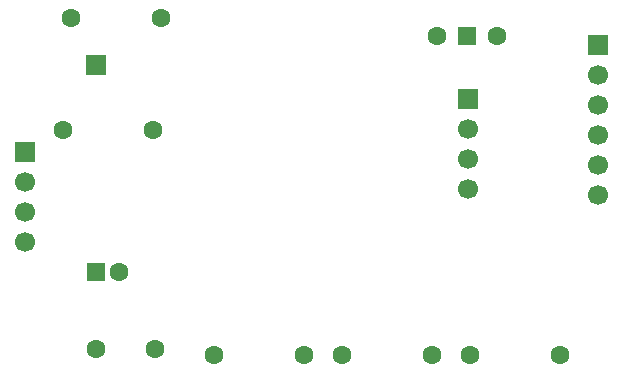
<source format=gbr>
%TF.GenerationSoftware,KiCad,Pcbnew,9.0.7*%
%TF.CreationDate,2026-02-17T01:21:17-06:00*%
%TF.ProjectId,Esp12-F,45737031-322d-4462-9e6b-696361645f70,rev?*%
%TF.SameCoordinates,Original*%
%TF.FileFunction,Soldermask,Bot*%
%TF.FilePolarity,Negative*%
%FSLAX46Y46*%
G04 Gerber Fmt 4.6, Leading zero omitted, Abs format (unit mm)*
G04 Created by KiCad (PCBNEW 9.0.7) date 2026-02-17 01:21:17*
%MOMM*%
%LPD*%
G01*
G04 APERTURE LIST*
G04 Aperture macros list*
%AMRoundRect*
0 Rectangle with rounded corners*
0 $1 Rounding radius*
0 $2 $3 $4 $5 $6 $7 $8 $9 X,Y pos of 4 corners*
0 Add a 4 corners polygon primitive as box body*
4,1,4,$2,$3,$4,$5,$6,$7,$8,$9,$2,$3,0*
0 Add four circle primitives for the rounded corners*
1,1,$1+$1,$2,$3*
1,1,$1+$1,$4,$5*
1,1,$1+$1,$6,$7*
1,1,$1+$1,$8,$9*
0 Add four rect primitives between the rounded corners*
20,1,$1+$1,$2,$3,$4,$5,0*
20,1,$1+$1,$4,$5,$6,$7,0*
20,1,$1+$1,$6,$7,$8,$9,0*
20,1,$1+$1,$8,$9,$2,$3,0*%
G04 Aperture macros list end*
%ADD10C,1.600000*%
%ADD11RoundRect,0.250000X-0.550000X-0.550000X0.550000X-0.550000X0.550000X0.550000X-0.550000X0.550000X0*%
%ADD12R,1.700000X1.700000*%
%ADD13C,1.700000*%
%ADD14R,1.500000X1.500000*%
G04 APERTURE END LIST*
D10*
%TO.C,C2*%
X122000000Y-107000000D03*
X127000000Y-107000000D03*
%TD*%
%TO.C,R3*%
X153690000Y-107500000D03*
X161310000Y-107500000D03*
%TD*%
D11*
%TO.C,C1*%
X122000000Y-100500000D03*
D10*
X124000000Y-100500000D03*
%TD*%
D12*
%TO.C,J3*%
X116000000Y-90380000D03*
D13*
X116000000Y-92920000D03*
X116000000Y-95460000D03*
X116000000Y-98000000D03*
%TD*%
D12*
%TO.C,J1*%
X164500000Y-81300000D03*
D13*
X164500000Y-83840000D03*
X164500000Y-86380000D03*
X164500000Y-88920000D03*
X164500000Y-91460000D03*
X164500000Y-94000000D03*
%TD*%
D12*
%TO.C,J6*%
X153500000Y-85880000D03*
D13*
X153500000Y-88420000D03*
X153500000Y-90960000D03*
X153500000Y-93500000D03*
%TD*%
D14*
%TO.C,SW2*%
X153460000Y-80500000D03*
D10*
X150920000Y-80500000D03*
X156000000Y-80500000D03*
%TD*%
%TO.C,R2*%
X119880000Y-79000000D03*
X127500000Y-79000000D03*
%TD*%
%TO.C,R4*%
X150500000Y-107500000D03*
X142880000Y-107500000D03*
%TD*%
%TO.C,R1*%
X119190000Y-88500000D03*
X126810000Y-88500000D03*
%TD*%
D12*
%TO.C,RST*%
X122000000Y-83000000D03*
%TD*%
D10*
%TO.C,R5*%
X132000000Y-107500000D03*
X139620000Y-107500000D03*
%TD*%
M02*

</source>
